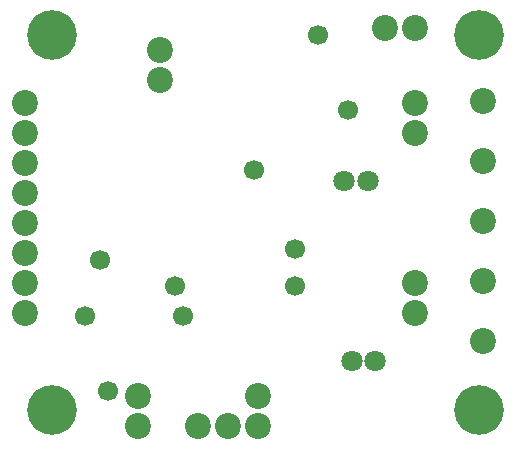
<source format=gts>
%FSLAX34Y34*%
%MOMM*%
%LNSOLDERMASK_TOP*%
G71*
G01*
%ADD10C, 1.70*%
%ADD11C, 2.20*%
%ADD12C, 1.80*%
%ADD13C, 4.20*%
%LPD*%
X250825Y-66550D02*
G54D10*
D03*
X250825Y-34800D02*
G54D10*
D03*
X295275Y82550D02*
G54D10*
D03*
X269875Y146050D02*
G54D10*
D03*
X352425Y88900D02*
G54D11*
D03*
X352425Y63500D02*
G54D11*
D03*
X22225Y88900D02*
G54D11*
D03*
X22225Y63500D02*
G54D11*
D03*
X22225Y38100D02*
G54D11*
D03*
X22225Y12700D02*
G54D11*
D03*
X22225Y-12700D02*
G54D11*
D03*
X22225Y-38100D02*
G54D11*
D03*
X352425Y-63500D02*
G54D11*
D03*
X352425Y-88900D02*
G54D11*
D03*
X409575Y-112655D02*
G54D11*
D03*
X409575Y90545D02*
G54D11*
D03*
X409575Y-61855D02*
G54D11*
D03*
X219508Y-159634D02*
G54D11*
D03*
X219508Y-185034D02*
G54D11*
D03*
X194108Y-185034D02*
G54D11*
D03*
X168705Y-185030D02*
G54D11*
D03*
X117908Y-185034D02*
G54D11*
D03*
X117908Y-159634D02*
G54D11*
D03*
X22225Y-63500D02*
G54D11*
D03*
X22225Y-88900D02*
G54D11*
D03*
X92075Y-155450D02*
G54D10*
D03*
X155575Y-91950D02*
G54D10*
D03*
X149225Y-66550D02*
G54D10*
D03*
X73025Y-91950D02*
G54D10*
D03*
X85725Y-44450D02*
G54D10*
D03*
X215717Y31764D02*
G54D10*
D03*
X292318Y22984D02*
G54D12*
D03*
X312318Y22984D02*
G54D12*
D03*
X298668Y-129416D02*
G54D12*
D03*
X318668Y-129416D02*
G54D12*
D03*
X352425Y152400D02*
G54D11*
D03*
X327025Y152400D02*
G54D11*
D03*
X409575Y39745D02*
G54D11*
D03*
X44450Y146050D02*
G54D13*
D03*
X44450Y-171450D02*
G54D13*
D03*
X406400Y-171450D02*
G54D13*
D03*
X409575Y-11055D02*
G54D11*
D03*
X406400Y146050D02*
G54D13*
D03*
X136525Y107950D02*
G54D11*
D03*
X136525Y133350D02*
G54D11*
D03*
M02*

</source>
